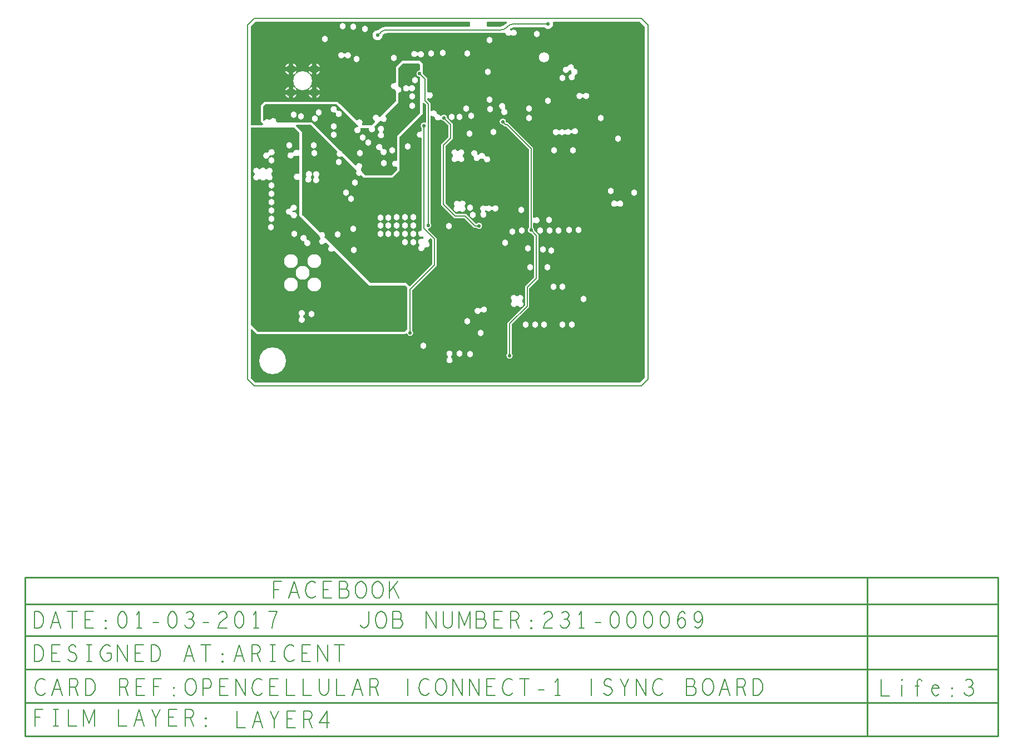
<source format=gbr>
G04 ================== begin FILE IDENTIFICATION RECORD ==================*
G04 Layout Name:  Fb_Connect1_SYNC_Life-3.brd*
G04 Film Name:    L4-SIG2.gbr*
G04 File Format:  Gerber RS274X*
G04 File Origin:  Cadence Allegro 16.6-2015-S065*
G04 Origin Date:  Tue Jan 03 17:02:02 2017*
G04 *
G04 Layer:  VIA CLASS/SIG2*
G04 Layer:  PIN/SIG2*
G04 Layer:  ETCH/SIG2*
G04 Layer:  DRAWING FORMAT/L4*
G04 Layer:  DRAWING FORMAT/FILM_LABEL_OUTLINE*
G04 Layer:  BOARD GEOMETRY/OUTLINE*
G04 *
G04 Offset:    (0.000 0.000)*
G04 Mirror:    No*
G04 Mode:      Positive*
G04 Rotation:  0*
G04 FullContactRelief:  No*
G04 UndefLineWidth:     6.000*
G04 ================== end FILE IDENTIFICATION RECORD ====================*
%FSLAX25Y25*MOIN*%
%IR0*IPPOS*OFA0.00000B0.00000*MIA0B0*SFA1.00000B1.00000*%
%ADD12C,.208661*%
%ADD13C,.314961*%
%ADD10C,.022*%
%ADD11C,.053*%
%ADD14C,.0056*%
%ADD15C,.01*%
%ADD16C,.025*%
%ADD17C,.006*%
%ADD21C,.113004*%
%ADD22C,.160004*%
%ADD19C,.062004*%
%ADD20C,.073004*%
%ADD23C,.083004*%
%ADD18C,.038004*%
G75*
%LPD*%
G75*
G36*
G01X107780Y171130D02*
Y171991D01*
G02X108375Y172340I400J0D01*
G03Y175660I925J1660D01*
G02X107780Y176009I-195J349D01*
G01Y184230D01*
X105200Y186811D01*
X105200Y186894D01*
G03X105110Y187479I-1900J6D01*
G01X105100Y187509D01*
Y193121D01*
X103521Y194700D01*
X92739D01*
X89060Y191021D01*
Y181634D01*
G02X88510Y181262I-400J0D01*
G03X88131Y177629I-710J-1762D01*
G02X88601Y177246I70J-394D01*
G03X89060Y176060I1899J54D01*
G01Y170381D01*
X79601Y160923D01*
G02X78940Y161075I-283J283D01*
G03X76525Y158660I-1797J-619D01*
G02X76677Y157999I-130J-378D01*
G01X74679Y156000D01*
X69025D01*
G02X68708Y156644I0J400D01*
G03X65771Y159053I-1508J1156D01*
G02X65188Y159034I-301J264D01*
G01X54021Y170200D01*
X10179D01*
X8000Y168021D01*
Y158279D01*
X9495Y156783D01*
G02X9212Y156100I-283J-283D01*
G01X2000D01*
Y215171D01*
X4829Y218000D01*
X133048D01*
G02X133416Y217443I0J-400D01*
G03X133512Y215763I1749J-743D01*
G02X133164Y215166I-348J-197D01*
G01X83699D01*
G03X78356Y212987I0J-7640D01*
G03X81156Y210185I-287J-3087D01*
G02X83699Y211206I2543J-2659D01*
G01X151968D01*
G03X154094Y211532I0J7094D01*
G02X154611Y211194I120J-382D01*
G03X157780Y209996I1889J206D01*
G02X158320I269J-296D01*
G03Y212804I1281J1404D01*
G02X157780I-269J296D01*
G03X157454Y213043I-1280J-1404D01*
G02X157372Y213672I201J346D01*
G01X157578Y213877D01*
G02X159612Y214720I2035J-2035D01*
G01X177815D01*
G03X183196Y217497I2385J1980D01*
G02X183583Y218000I387J103D01*
G01X235171D01*
X238000Y215171D01*
Y4829D01*
X235171Y2000D01*
X4829D01*
X2000Y4829D01*
Y33612D01*
G02X2683Y33895I400J0D01*
G01X5579Y31000D01*
X94621D01*
X95078Y31456D01*
G02X95750Y31265I283J-283D01*
G03X98880Y33104I1850J435D01*
G01Y57270D01*
X113480Y71870D01*
Y88430D01*
X108306Y93605D01*
G02X108559Y94286I283J283D01*
G03X109699Y97586I-141J1895D01*
G01Y161449D01*
G02X110377Y161736I400J0D01*
G03X111867Y161207I1323J1364D01*
G02X112302Y160790I35J-398D01*
G03X115622Y159439I1898J-90D01*
G02X116248Y159404I299J-265D01*
G03X117806Y158600I1552J1096D01*
G01X117889Y158600D01*
X120620Y155870D01*
Y149030D01*
X116120Y144530D01*
Y108270D01*
X123870Y100520D01*
X129939D01*
X135920Y94538D01*
X137426D01*
G03X137483Y97158I1404J1280D01*
G01X137424Y97099D01*
X136981D01*
X131000Y103080D01*
X124930D01*
X118680Y109330D01*
Y143470D01*
X123180Y147970D01*
Y156930D01*
X119700Y160411D01*
X119700Y160494D01*
G03X116378Y161761I-1900J6D01*
G02X115752Y161796I-299J265D01*
G03X114033Y162593I-1552J-1096D01*
G02X113598Y163010I-35J398D01*
G03X110377Y164464I-1898J90D01*
G02X109699Y164751I-278J287D01*
G01Y169212D01*
X107780Y171130D01*
G37*
G36*
G01X31250Y127246D02*
G02X30667Y126891I-400J0D01*
G03Y123509I-867J-1691D01*
G02X31250Y123154I183J-356D01*
G01Y101900D01*
X42867Y90283D01*
X42871Y90206D01*
G03X43766Y88686I1898J94D01*
G02X43771Y88010I-211J-340D01*
G03X46585Y85761I1029J-1598D01*
G02X47244Y85906I376J-137D01*
G01X49036Y84114D01*
G02X49017Y83530I-283J-283D01*
G03X51698Y80848I1251J-1430D01*
G02X52282Y80868I301J-263D01*
G01X73050Y60100D01*
X94700D01*
X95700Y59100D01*
Y34200D01*
X94000Y32500D01*
X6200D01*
X2100Y36600D01*
Y154600D01*
X28000D01*
X31250Y151350D01*
Y141362D01*
G02X30615Y141038I-400J0D01*
G03X27634Y139860I-1115J-1539D01*
G02X27026Y139600I-393J76D01*
G03X27866Y137640I-1026J-1600D01*
G02X28474Y137900I393J-76D01*
G03X30615Y137962I1026J1600D01*
G02X31250Y137638I235J-324D01*
G01Y127246D01*
G37*
G36*
G01X70530Y126070D02*
X69002Y127598D01*
X68999Y127676D01*
G03X68039Y129252I-1899J-76D01*
G02Y129948I198J348D01*
G03X65282Y132151I-939J1652D01*
G02X64616Y131984I-383J116D01*
G01X57261Y139339D01*
X57248Y139394D01*
G03X55844Y140798I-1848J-444D01*
G01X55789Y140811D01*
X38800Y157800D01*
X17781D01*
G02X17384Y158252I0J400D01*
G03X13823Y159394I-1884J248D01*
G02X13192Y159295I-353J188D01*
G03X10225Y158886I-1323J-1364D01*
G02X9596Y158804I-346J201D01*
G01X9500Y158900D01*
Y167400D01*
X10800Y168700D01*
X53400D01*
X66421Y155679D01*
G02X66114Y154997I-283J-283D01*
G03X67711Y153926I-114J-1897D01*
G02X68071Y154500I360J174D01*
G01X72435D01*
G02X72829Y154030I0J-400D01*
G03X76081Y155006I1871J-330D01*
G02X76084Y155284I145J137D01*
G01X79546Y158746D01*
G02X80154Y158695I283J-283D01*
G03X82805Y161346I1546J1105D01*
G02X82754Y161954I233J325D01*
G01X90560Y169760D01*
Y175393D01*
X90735Y175414D01*
G03Y179186I-235J1886D01*
G01X90560Y179207D01*
Y190400D01*
X93360Y193200D01*
X102900D01*
X103600Y192500D01*
Y189198D01*
G02X103217Y188798I-400J0D01*
G03X103306Y185000I83J-1898D01*
G01X103389Y185000D01*
X103600Y184790D01*
Y163480D01*
X89800Y149680D01*
Y135117D01*
G02X89244Y134749I-400J0D01*
G03Y131251I-743J-1749D01*
G02X89800Y130883I157J-368D01*
G01Y129500D01*
X86370Y126070D01*
X70530D01*
G37*
G36*
G01X97200Y59694D02*
Y59721D01*
X95321Y61600D01*
X73671D01*
X46215Y89056D01*
X46314Y89194D01*
G03X43530Y91741I-1545J1106D01*
G01X32750Y102521D01*
Y151971D01*
X29105Y155617D01*
G02X29388Y156300I283J283D01*
G01X38179D01*
X54115Y140363D01*
X53988Y140222D01*
G03X56672Y137538I1412J-1272D01*
G01X56813Y137665D01*
X65645Y128834D01*
X65548Y128696D01*
G03X68196Y126048I1552J-1096D01*
G01X68334Y126145D01*
X69909Y124570D01*
X86991D01*
X91300Y128879D01*
Y149059D01*
X105100Y162859D01*
Y169224D01*
G02X105783Y169506I400J0D01*
G01X107138Y168151D01*
Y157920D01*
G02X106575Y157555I-400J0D01*
G03X104520Y154416I-775J-1735D01*
G01Y152641D01*
G02X103991Y152262I-400J0D01*
G03Y148662I-609J-1800D01*
G02X104520Y148284I128J-379D01*
G01Y93770D01*
G02X104224Y93089I-285J-280D01*
G03X105059Y89507I-48J-1900D01*
G02X105637Y89074I186J-354D01*
G03X105641Y88307I1863J-374D01*
G02X105063Y87871I-391J-83D01*
G03X103094Y84628I-886J-1681D01*
G02X103116Y83986I-228J-329D01*
G03X106200Y82536I1184J-1486D01*
G02X106739Y82918I400J8D01*
G03X108379Y86329I661J1781D01*
G02X108396Y87024I206J343D01*
G03X109316Y88142I-896J1676D01*
G02X109982Y88308I382J-117D01*
G01X110920Y87370D01*
Y72930D01*
X97542Y59552D01*
G02X97200Y59694I-141J141D01*
G37*
G36*
G01X143399Y215763D02*
G03X143495Y217443I-1653J937D01*
G02X143863Y218000I368J156D01*
G01X155226D01*
G02X155468Y217281I0J-400D01*
G03X154777Y216678I4144J-5439D01*
G01X154184Y216084D01*
G02X151968Y215166I-2216J2216D01*
G01X143747D01*
G02X143399Y215763I0J400D01*
G37*
%LPC*%
G75*
G36*
G01X122163Y17014D02*
G02X120190I-987J-1624D01*
G03Y17697I-208J342D01*
G02X122163I987J1624D01*
G03Y17014I208J-342D01*
G37*
G36*
G01X158438Y19494D02*
G02X155878I-1280J-1404D01*
G01Y37789D01*
X166420Y48330D01*
Y59430D01*
X171920Y64930D01*
Y89600D01*
X170120Y91400D01*
X170037Y91400D01*
G02X168751Y94704I-6J1900D01*
G01Y141639D01*
X155153Y155237D01*
X154253D01*
X153189Y156300D01*
X153106Y156300D01*
G02X155000Y158194I-6J1900D01*
G01X155000Y158111D01*
X155313Y157797D01*
X156213D01*
X171311Y142700D01*
Y100787D01*
G03X171987Y100498I400J0D01*
G02Y97750I1313J-1374D01*
G03X171311Y97461I-276J-289D01*
G01Y94704D01*
G02X171931Y93294I-1280J-1404D01*
G01X171931Y93211D01*
X174480Y90661D01*
Y63870D01*
X168980Y58370D01*
Y47270D01*
X158438Y36728D01*
Y19494D01*
G37*
G36*
G01X161379Y47992D02*
G02X158612Y50507I-1611J1008D01*
G03X158600Y51151I-244J317D01*
G02X161311Y53708I1100J1549D01*
G03X161989I339J212D01*
G02X164757Y51193I1611J-1008D01*
G03X164769Y50549I244J-317D01*
G02X162058Y47992I-1100J-1549D01*
G03X161379I-339J-212D01*
G37*
G36*
G01X142596Y104152D02*
G02X140239Y104021I-1096J-1552D01*
G03X140204Y104648I-265J299D01*
G02X142653Y107534I1096J1552D01*
G03X143239Y107552I285J281D01*
G02X146321Y107239I1430J-1252D01*
G03X147016I348J198D01*
G02Y105361I1652J-939D01*
G03X146321I-348J-198D01*
G02X143316Y104966I-1652J939D01*
G03X142730Y104948I-285J-281D01*
G02X142561Y104779I-1430J1251D01*
G03X142596Y104152I265J-299D01*
G37*
G36*
G01X125852Y134861D02*
G02X123261Y137452I-1652J939D01*
G03Y138148I-198J348D01*
G02X125852Y140739I939J1652D01*
G03X126548I348J198D01*
G02X129139Y138148I1652J-939D01*
G03Y137452I198J-348D01*
G02X126548Y134861I-939J-1652D01*
G03X125852I-348J-198D01*
G37*
G36*
G01X186428Y150771D02*
G02Y153029I-1528J1129D01*
G03X187072I322J238D01*
G02X190022Y153161I1528J-1129D01*
G03X190648Y153196I299J265D01*
G02X193831Y153074I1552J-1096D01*
G03X194544Y153127I343J205D01*
G02X194669Y151426I1756J-727D01*
G03X193956Y151373I-343J-205D01*
G02X190778Y150839I-1756J727D01*
G03X190152Y150804I-299J-265D01*
G02X187072Y150771I-1552J1096D01*
G03X186428I-322J-238D01*
G37*
G36*
G01X200752Y172661D02*
G02Y174539I-1652J939D01*
G03X201448I348J198D01*
G02Y172661I1652J-939D01*
G03X200752I-348J-198D01*
G37*
G36*
G01X58671Y198879D02*
G02X58624Y197004I1629J-979D01*
G03X57929Y197021I-353J-189D01*
G02X57976Y198896I-1629J979D01*
G03X58671Y198879I353J189D01*
G37*
G36*
G01X102457Y199565D02*
G02X102357Y197600I1574J-1065D01*
G03X101674Y197635I-352J-189D01*
G02X101774Y199600I-1574J1065D01*
G03X102457Y199565I352J189D01*
G37*
G36*
G01X140453Y44322D02*
G03X139806Y44191I-279J-287D01*
G02X139380Y46290I-1751J738D01*
G03X140028Y46422I279J287D01*
G02X140453Y44322I1751J-738D01*
G37*
G36*
G01X127496Y104720D02*
G03X126904I-296J-269D01*
G02X124102Y107287I-1404J1280D01*
G03X124120Y107809I-294J271D01*
G02X126923Y110364I1480J1191D01*
G03X127497Y110381I278J287D01*
G02X130304Y107820I1403J-1281D01*
G03Y107280I296J-269D01*
G02X127496Y104720I-1404J-1280D01*
G37*
G36*
G01X221966Y107867D02*
G03X221358I-304J-260D01*
G02Y110333I-1446J1233D01*
G03X221966I304J260D01*
G02Y107867I1446J-1233D01*
G37*
G36*
G01X135715Y136977D02*
G03X135450Y137481I-381J121D01*
G02X137810Y138723I551J1819D01*
G03X138076Y138219I381J-121D01*
G02X138286Y138141I-550J-1819D01*
G03X138821Y138367I160J367D01*
G02X142496Y137828I1779J-667D01*
G03X143035Y137480I399J27D01*
G02X141804Y135572I665J-1780D01*
G03X141265Y135920I-399J-27D01*
G02X139839Y135959I-665J1780D01*
G03X139304Y135733I-160J-367D01*
G02X135715Y136977I-1779J667D01*
G37*
G36*
G01X154328Y166422D02*
G03X154547Y165820I335J-219D01*
G02X152410Y165040I-547J-1820D01*
G03X152190Y165642I-335J219D01*
G02X154328Y166422I547J1820D01*
G37*
G36*
G01X196494Y186141D02*
G03X196211Y185590I83J-391D01*
G02X194074Y186690I-1742J-759D01*
G03X194358Y187241I-83J391D01*
G02X194236Y188372I1742J759D01*
G03X193845Y188850I-392J78D01*
G02X193241Y188950I5J1900D01*
G03X192728Y188681I-128J-379D01*
G02X191509Y191000I-1828J519D01*
G03X192022Y191269I128J379D01*
G02X195714Y190378I1828J-519D01*
G03X196105Y189900I392J-78D01*
G02X196494Y186141I-5J-1900D01*
G37*
G36*
G01X33539Y41252D02*
G02X31661I-939J-1652D01*
G03Y41948I-198J348D01*
G02X33539I939J1652D01*
G03Y41252I198J-348D01*
G37*
G36*
G01X7052Y123861D02*
G02X4461Y126452I-1652J939D01*
G03Y127148I-198J348D01*
G02X7052Y129739I939J1652D01*
G03X7748I348J198D01*
G02X11052I1652J-939D01*
G03X11748I348J198D01*
G02X14339Y127148I1652J-939D01*
G03Y126452I198J-348D01*
G02X11748Y123861I-939J-1652D01*
G03X11052I-348J-198D01*
G02X7748I-1652J939D01*
G03X7052I-348J-198D01*
G37*
G36*
G01X35587Y87948D02*
G03X35975Y87432I383J-116D01*
G02X34182Y86084I25J-1900D01*
G03X33794Y86600I-383J116D01*
G02X35587Y87948I-25J1900D01*
G37*
G36*
G01X26001Y102125D02*
G03X25480Y102490I-400J-16D01*
G02X25401Y106133I-580J1810D01*
G03X25906Y106550I106J386D01*
G02X27299Y104867I1894J150D01*
G03X26794Y104450I-106J-386D01*
G02X26799Y104375I-1894J-149D01*
G03X27320Y104010I400J16D01*
G02X26001Y102125I580J-1810D01*
G37*
G36*
G01X13818Y138141D02*
G03X13267Y137788I-151J-370D01*
G02X12088Y139627I-1898J81D01*
G03X12638Y139981I151J370D01*
G02X13818Y138141I1898J-81D01*
G37*
G36*
G01X97290Y176927D02*
G03X96681Y176909I-297J-268D01*
G02X96610Y179373I-1481J1191D01*
G03X97219Y179391I297J268D01*
G02X97290Y176927I1481J-1191D01*
G37*
G36*
G01X81219Y152310D02*
G03X81224Y151658I234J-324D01*
G02X79023Y151640I-1088J-1558D01*
G03X79017Y152292I-234J324D01*
G02X81219Y152310I1088J1558D01*
G37*
G36*
G01X54129Y164630D02*
G02X52996Y163381I696J-1768D01*
G03X52465Y163862I-385J109D01*
G02X53598Y165111I-696J1768D01*
G03X54129Y164630I385J-109D01*
G37*
G36*
G01X81324Y141863D02*
G02X79902Y140616I376J-1863D01*
G03X79445Y141137I-378J130D01*
G02X80866Y142384I-376J1863D01*
G03X81324Y141863I378J-130D01*
G37*
G36*
G01X35370Y125049D02*
G03X35422Y125605I-259J305D01*
G02X38130Y125351I1478J1195D01*
G03X38078Y124795I259J-305D01*
G02X35370Y125049I-1478J-1195D01*
G37*
G36*
G01X42491Y125219D02*
G03X42473Y124610I251J-312D01*
G02X40009Y124681I-1273J-1410D01*
G03X40027Y125290I-251J312D01*
G02X42491Y125219I1273J1410D01*
G37*
G54D21*
X33068Y182858D03*
G54D22*
X15000Y15000D03*
G54D19*
X177831Y196631D03*
G54D20*
X40076Y189865D03*
Y175850D03*
X26061Y189865D03*
Y175850D03*
G54D23*
X40076Y74550D03*
X33068Y67542D03*
X40076Y60535D03*
X26061Y74550D03*
Y60535D03*
G54D18*
X231811Y115689D03*
X211980Y160247D03*
X222200Y147900D03*
X217772Y116800D03*
X195190Y140988D03*
X198331Y93300D03*
X201370Y51970D03*
X194468Y36700D03*
X180000Y170612D03*
X188968Y184400D03*
X183968Y140988D03*
X180978Y99222D03*
X192731Y93300D03*
X181031Y93000D03*
X186531D03*
X179689Y70911D03*
X182248Y81052D03*
X183500Y59500D03*
X188700Y59300D03*
X177968Y36700D03*
X188968D03*
X173531Y210750D03*
X168957Y166153D03*
Y160247D03*
X164031Y105506D03*
X164431Y93000D03*
X175531D03*
X169453Y70947D03*
X177130Y81600D03*
X168100Y82450D03*
X166968Y36700D03*
X172468D03*
X145200Y207068D03*
X144200Y188100D03*
X145000Y171300D03*
X147631Y151931D03*
X145481Y165600D03*
X154532Y85732D03*
X158931Y92500D03*
X131950Y198900D03*
X134000Y161800D03*
X131100Y166000D03*
X127200Y161200D03*
X133200Y150900D03*
X135200Y102300D03*
X133550Y106750D03*
X131777Y38790D03*
X133377Y18990D03*
X139911Y31624D03*
X127177Y19321D03*
X110300Y198900D03*
X117100Y199400D03*
X122600Y161200D03*
X120831Y95818D03*
X105434Y23965D03*
X87700Y196300D03*
X63550Y215000D03*
X70500Y213600D03*
X65600Y195600D03*
X57224Y215224D03*
X46500Y207800D03*
X25300Y143950D03*
X28047Y91100D03*
X38500Y42900D03*
X14537Y134900D03*
Y119900D03*
Y109900D03*
Y114900D03*
Y104900D03*
Y99900D03*
X14300Y95132D03*
X40500Y160000D03*
X32000Y161500D03*
X27724Y162500D03*
X51900Y150300D03*
X42717Y163783D03*
X51900Y155300D03*
X67650Y139350D03*
X69300Y148800D03*
X72605Y145850D03*
X81700Y133400D03*
X86700Y141100D03*
X100500Y183050D03*
X98700Y167700D03*
Y173350D03*
X40000Y139500D03*
X39887Y143900D03*
X54100Y90700D03*
X54950Y133950D03*
X63700Y81500D03*
X63400Y93950D03*
X59300Y115753D03*
X62005Y112125D03*
X64400Y121600D03*
X79977Y95890D03*
X84477Y91190D03*
X79977D03*
X89477D03*
Y96190D03*
X84477Y95890D03*
X79977Y100590D03*
X89477Y100890D03*
X84477Y100590D03*
X94377Y86190D03*
X99477Y91190D03*
X94477D03*
X99477Y96190D03*
X94477D03*
X99577Y86190D03*
X94477Y100890D03*
X99477D03*
X96235Y143235D03*
%LPD*%
G75*
G54D10*
X5200Y150100D03*
Y146100D03*
Y142100D03*
X13500Y148600D03*
X9200Y150100D03*
Y146100D03*
Y142100D03*
X20500Y161000D03*
X38527Y13808D03*
X40968Y110300D03*
Y115300D03*
X37968Y112800D03*
X37000Y138000D03*
X40500Y150900D03*
X36217Y155402D03*
X49527Y13803D03*
X51140Y104870D03*
X53700Y102500D03*
X51700Y131450D03*
X55737Y125316D03*
X52050Y126450D03*
X51050Y141450D03*
X51750Y136450D03*
X50250Y178660D03*
X56220Y178560D03*
X54824Y174476D03*
X57800Y187230D03*
X50501Y190500D03*
X73700Y94100D03*
X68300Y93800D03*
X65900Y112300D03*
X69800Y116200D03*
X70800Y160800D03*
X75700Y172800D03*
X70860Y178810D03*
X75705Y178905D03*
X65038Y190500D03*
X75370Y187320D03*
X89377Y42090D03*
X85377D03*
X81377D03*
X77377D03*
X89377Y38090D03*
X85377D03*
X81377D03*
X77377D03*
X88877Y66064D03*
X83677Y65990D03*
X78877Y66090D03*
X84200Y121200D03*
X80000Y117200D03*
X77300Y130400D03*
Y138400D03*
Y134400D03*
X89000Y156800D03*
X81739Y182858D03*
X86600Y175900D03*
X86950Y169550D03*
X90300Y201100D03*
X76320Y191050D03*
X86500Y193000D03*
X77000Y195600D03*
X86515Y189985D03*
X92000Y216600D03*
X86000Y209400D03*
X90200Y209700D03*
X78069Y209900D03*
X100677Y22321D03*
X104868Y27900D03*
X97600Y31700D03*
X103268Y37183D03*
X93377Y42090D03*
Y38090D03*
X94468Y66000D03*
X108177Y52743D03*
X104577Y69037D03*
X108418Y96182D03*
X100518Y143999D03*
X98600Y154850D03*
X105800Y155820D03*
X97000Y184200D03*
X107200Y199900D03*
X96210Y201180D03*
X97000Y187600D03*
X103300Y186900D03*
X102000Y216600D03*
X108300Y210200D03*
X103500Y210100D03*
X99487Y210187D03*
X115679Y10340D03*
X119877Y30258D03*
X123900Y41300D03*
X119500Y38200D03*
X123600Y38300D03*
X119500Y41200D03*
X112588Y48899D03*
X116076Y52857D03*
X126415Y53390D03*
X114831Y95792D03*
X119250Y151200D03*
X115250D03*
X111250D03*
X117800Y160500D03*
X121000Y169800D03*
X117500Y173300D03*
X124500D03*
X117500Y169800D03*
X124500D03*
X121000Y173300D03*
X113500Y199500D03*
X120631D03*
X122000Y216600D03*
X112000D03*
X112900Y210100D03*
X121000Y210200D03*
X124500D03*
X117500Y210400D03*
X129327Y50290D03*
X138027Y50643D03*
X126868Y95792D03*
X132468D03*
X138831Y95818D03*
X127831Y118700D03*
X128000Y122000D03*
X127100Y151400D03*
X135100Y200060D03*
X139600Y198700D03*
X131000Y216600D03*
X138500Y209600D03*
X147045Y27190D03*
X157158Y18090D03*
X147930Y33000D03*
X144668Y95792D03*
X152131D03*
X155600Y95700D03*
X148900Y119100D03*
X152931Y141288D03*
X145481Y159950D03*
X145600Y155600D03*
X150200Y155300D03*
X153100Y158200D03*
X147300Y198300D03*
X149062Y195738D03*
X145720Y216700D03*
X149505Y216600D03*
X153305Y216700D03*
X163600Y29900D03*
X160968Y36700D03*
X160668Y63400D03*
X170031Y93300D03*
X168957Y154247D03*
X167600Y172900D03*
X171768Y195738D03*
X162336D03*
X167397Y211100D03*
X183468Y36700D03*
X192484Y71016D03*
X189468Y140988D03*
X193668Y165800D03*
X186668D03*
X190268Y163200D03*
X193668Y160800D03*
X186668D03*
X182831Y173000D03*
X193713Y197813D03*
X182887D03*
X193713Y215587D03*
X184700Y216800D03*
X180200Y216700D03*
X208400Y52000D03*
X207825Y55675D03*
X204280Y93162D03*
X201800Y140900D03*
X200190Y185012D03*
X222000Y76000D03*
X223331Y68331D03*
X219000Y98300D03*
X215789Y106211D03*
X226742Y129958D03*
X211869Y138532D03*
X211980Y166153D03*
X212000Y153200D03*
X223080Y155890D03*
G54D11*
X26061Y175850D03*
Y189865D03*
X40076Y175850D03*
Y189865D03*
G54D12*
X79218Y19728D03*
X177643D03*
G54D13*
X218400Y21600D03*
Y198400D03*
G54D14*
G01X180200Y216700D02*
X159612D01*
G03X156177Y215277I0J-4858D01*
G01X155584Y214684D01*
G02X151968Y213186I-3616J3616D01*
G01X83699D01*
G03X79698Y211528I0J-5659D01*
G01X78069Y209900D01*
G01X97600Y31700D02*
Y57800D01*
X112200Y72400D01*
Y87900D01*
X105800Y94300D01*
Y155820D01*
G01X108418Y96182D02*
Y168682D01*
X106500Y170600D01*
Y183700D01*
X103300Y186900D01*
G01X138831Y95818D02*
X136451D01*
X130469Y101800D01*
X124400D01*
X117400Y108800D01*
Y144000D01*
X121900Y148500D01*
Y156400D01*
X117800Y160500D01*
G01X157158Y18090D02*
Y37258D01*
X167700Y47800D01*
Y58900D01*
X173200Y64400D01*
Y90131D01*
X170031Y93300D01*
G01D02*
Y142169D01*
X155683Y156517D01*
X154783D01*
X153100Y158200D01*
G54D15*
G01X-133069Y-114500D02*
X371600D01*
Y-209700D01*
X-133069D01*
G01Y-114500D02*
Y-209700D01*
G01Y-189700D02*
X449900D01*
G01X-133069Y-169700D02*
X449900D01*
G01X-133069Y-149700D02*
X449900D01*
G01X-133069Y-130500D02*
X449900D01*
G01X371600Y-114500D02*
X449900D01*
Y-209700D01*
X371600D01*
G54D16*
G01X22210Y175850D02*
X26061D01*
G01X22210Y189865D02*
X26061D01*
G01X40076Y171999D02*
Y175850D01*
G01D02*
Y179700D01*
G01X36226Y175850D02*
X40076D01*
G01D02*
X43927D01*
G01X26061Y171999D02*
Y175850D01*
G01D02*
Y179700D01*
G01Y175850D02*
X29911D01*
G01X40076Y186015D02*
Y189865D01*
G01D02*
Y193716D01*
G01X36226Y189865D02*
X40076D01*
G01D02*
X43927D01*
G01X26061Y186015D02*
Y189865D01*
G01D02*
Y193716D01*
G01Y189865D02*
X29911D01*
G54D17*
G01X-127194Y-203500D02*
Y-193500D01*
X-122444D01*
G01X-124194Y-198333D02*
X-127194D01*
G01X-116319Y-193500D02*
X-113320D01*
G01X-114819D02*
Y-203500D01*
G01X-116319D02*
X-113320D01*
G01X-107319Y-193500D02*
Y-203500D01*
X-102319D01*
G01X-98069D02*
Y-193500D01*
X-94819Y-201833D01*
X-91569Y-193500D01*
Y-203500D01*
G01X-77319Y-193500D02*
Y-203500D01*
X-72319D01*
G01X-67944D02*
X-64819Y-193500D01*
X-61694Y-203500D01*
G01X-62819Y-200000D02*
X-66819D01*
G01X-54819Y-203500D02*
Y-199000D01*
X-57319Y-193500D01*
G01X-52319D02*
X-54819Y-199000D01*
G01X-42319Y-203500D02*
X-47319D01*
Y-193500D01*
X-42319D01*
G01X-44319Y-198333D02*
X-47319D01*
G01X-37319Y-203500D02*
Y-193500D01*
X-34194D01*
X-33194Y-194000D01*
X-32569Y-194667D01*
X-32319Y-196000D01*
X-32569Y-197333D01*
X-33319Y-198167D01*
X-34194Y-198667D01*
X-37319D01*
G01X-34194D02*
X-32319Y-203500D01*
G01X-24819Y-203833D02*
X-25069Y-203667D01*
Y-203333D01*
X-24819Y-203167D01*
X-24569Y-203333D01*
Y-203667D01*
X-24819Y-203833D01*
G01Y-199334D02*
X-25069Y-199167D01*
Y-198833D01*
X-24819Y-198667D01*
X-24569Y-198833D01*
Y-199167D01*
X-24819Y-199334D01*
G01X-127569Y-165000D02*
Y-155000D01*
X-125069D01*
X-124069Y-155500D01*
X-123319Y-156167D01*
X-122694Y-157166D01*
X-122194Y-158334D01*
X-122069Y-160000D01*
X-122194Y-161667D01*
X-122694Y-162834D01*
X-123319Y-163834D01*
X-124069Y-164500D01*
X-125069Y-165000D01*
X-127569D01*
G01X-112319D02*
X-117319D01*
Y-155000D01*
X-112319D01*
G01X-114319Y-159833D02*
X-117319D01*
G01X-107444Y-163667D02*
X-106444Y-164500D01*
X-105319Y-165000D01*
X-104319D01*
X-103319Y-164500D01*
X-102569Y-163667D01*
X-102194Y-162500D01*
X-102444Y-161334D01*
X-103069Y-160333D01*
X-104194Y-159667D01*
X-105694Y-159333D01*
X-106569Y-158667D01*
X-106944Y-157500D01*
X-106694Y-156333D01*
X-106069Y-155500D01*
X-105194Y-155000D01*
X-104319D01*
X-103444Y-155333D01*
X-102694Y-156167D01*
G01X-96319Y-155000D02*
X-93320D01*
G01X-94819D02*
Y-165000D01*
G01X-96319D02*
X-93320D01*
G01X-84069Y-160000D02*
X-81569D01*
Y-163000D01*
X-82319Y-164000D01*
X-83194Y-164667D01*
X-84444Y-165000D01*
X-85694Y-164667D01*
X-86569Y-164000D01*
X-87319Y-163000D01*
X-87820Y-161833D01*
X-88069Y-160500D01*
Y-159333D01*
X-87820Y-158334D01*
X-87319Y-157166D01*
X-86569Y-156167D01*
X-85819Y-155500D01*
X-84819Y-155000D01*
X-83944D01*
X-82944Y-155333D01*
X-82194Y-156000D01*
G01X-77694Y-165000D02*
Y-155000D01*
X-71944Y-165000D01*
Y-155000D01*
G01X-62319Y-165000D02*
X-67319D01*
Y-155000D01*
X-62319D01*
G01X-64319Y-159833D02*
X-67319D01*
G01X-57569Y-165000D02*
Y-155000D01*
X-55069D01*
X-54069Y-155500D01*
X-53319Y-156167D01*
X-52694Y-157166D01*
X-52194Y-158334D01*
X-52069Y-160000D01*
X-52194Y-161667D01*
X-52694Y-162834D01*
X-53319Y-163834D01*
X-54069Y-164500D01*
X-55069Y-165000D01*
X-57569D01*
G01X-37944D02*
X-34819Y-155000D01*
X-31694Y-165000D01*
G01X-32819Y-161500D02*
X-36819D01*
G01X-24819Y-155000D02*
Y-165000D01*
G01X-27694Y-155000D02*
X-21944D01*
G01X-14819Y-165333D02*
X-15069Y-165167D01*
Y-164833D01*
X-14819Y-164667D01*
X-14569Y-164833D01*
Y-165167D01*
X-14819Y-165333D01*
G01Y-160834D02*
X-15069Y-160667D01*
Y-160333D01*
X-14819Y-160167D01*
X-14569Y-160333D01*
Y-160667D01*
X-14819Y-160834D01*
G01X-7944Y-165000D02*
X-4819Y-155000D01*
X-1694Y-165000D01*
G01X-2819Y-161500D02*
X-6819D01*
G01X2681Y-165000D02*
Y-155000D01*
X5806D01*
X6806Y-155500D01*
X7431Y-156167D01*
X7681Y-157500D01*
X7431Y-158833D01*
X6681Y-159667D01*
X5806Y-160167D01*
X2681D01*
G01X5806D02*
X7681Y-165000D01*
G01X13681Y-155000D02*
X16680D01*
G01X15181D02*
Y-165000D01*
G01X13681D02*
X16680D01*
G01X27931Y-155834D02*
X27181Y-155333D01*
X26306Y-155000D01*
X25306D01*
X24181Y-155500D01*
X23306Y-156333D01*
X22681Y-157333D01*
X22180Y-159000D01*
X22056Y-160500D01*
X22306Y-162000D01*
X22681Y-163000D01*
X23431Y-164000D01*
X24306Y-164667D01*
X25181Y-165000D01*
X26056D01*
X26931Y-164667D01*
X27681Y-164167D01*
X28306Y-163500D01*
G01X37681Y-165000D02*
X32681D01*
Y-155000D01*
X37681D01*
G01X35681Y-159833D02*
X32681D01*
G01X42306Y-165000D02*
Y-155000D01*
X48056Y-165000D01*
Y-155000D01*
G01X55181D02*
Y-165000D01*
G01X52306Y-155000D02*
X58056D01*
G01X-127569Y-145000D02*
Y-135000D01*
X-125069D01*
X-124069Y-135500D01*
X-123319Y-136167D01*
X-122694Y-137166D01*
X-122194Y-138334D01*
X-122069Y-140000D01*
X-122194Y-141667D01*
X-122694Y-142834D01*
X-123319Y-143834D01*
X-124069Y-144500D01*
X-125069Y-145000D01*
X-127569D01*
G01X-117944D02*
X-114819Y-135000D01*
X-111694Y-145000D01*
G01X-112819Y-141500D02*
X-116819D01*
G01X-104819Y-135000D02*
Y-145000D01*
G01X-107694Y-135000D02*
X-101944D01*
G01X-92319Y-145000D02*
X-97319D01*
Y-135000D01*
X-92319D01*
G01X-94319Y-139833D02*
X-97319D01*
G01X-84819Y-145333D02*
X-85069Y-145167D01*
Y-144833D01*
X-84819Y-144667D01*
X-84569Y-144833D01*
Y-145167D01*
X-84819Y-145333D01*
G01Y-140834D02*
X-85069Y-140667D01*
Y-140333D01*
X-84819Y-140167D01*
X-84569Y-140333D01*
Y-140667D01*
X-84819Y-140834D01*
G01X-74819Y-135000D02*
X-75819Y-135333D01*
X-76569Y-136167D01*
X-77069Y-137166D01*
X-77444Y-138500D01*
X-77569Y-140000D01*
X-77444Y-141500D01*
X-77069Y-142834D01*
X-76569Y-143834D01*
X-75819Y-144667D01*
X-74819Y-145000D01*
X-73819Y-144667D01*
X-73069Y-143834D01*
X-72569Y-142834D01*
X-72194Y-141500D01*
X-72069Y-140000D01*
X-72194Y-138500D01*
X-72569Y-137166D01*
X-73069Y-136167D01*
X-73819Y-135333D01*
X-74819Y-135000D01*
G01X-64819Y-145000D02*
Y-135000D01*
X-66319Y-137000D01*
G01Y-145000D02*
X-63320D01*
G01X-56444Y-141667D02*
X-53194D01*
G01X-44819Y-135000D02*
X-45819Y-135333D01*
X-46569Y-136167D01*
X-47069Y-137166D01*
X-47444Y-138500D01*
X-47569Y-140000D01*
X-47444Y-141500D01*
X-47069Y-142834D01*
X-46569Y-143834D01*
X-45819Y-144667D01*
X-44819Y-145000D01*
X-43819Y-144667D01*
X-43069Y-143834D01*
X-42569Y-142834D01*
X-42194Y-141500D01*
X-42069Y-140000D01*
X-42194Y-138500D01*
X-42569Y-137166D01*
X-43069Y-136167D01*
X-43819Y-135333D01*
X-44819Y-135000D01*
G01X-37569Y-143000D02*
X-36819Y-144167D01*
X-35819Y-144833D01*
X-34694Y-145000D01*
X-33694Y-144833D01*
X-32694Y-144000D01*
X-32069Y-143000D01*
X-31944Y-142000D01*
X-32194Y-140834D01*
X-33069Y-140000D01*
X-33944Y-139667D01*
X-35069D01*
G01X-33944D02*
X-33194Y-139167D01*
X-32569Y-138334D01*
X-32319Y-137333D01*
X-32569Y-136333D01*
X-33194Y-135500D01*
X-34319Y-135000D01*
X-35444Y-135167D01*
X-36569Y-135834D01*
G01X-26444Y-141667D02*
X-23194D01*
G01X-17194Y-136667D02*
X-16444Y-135667D01*
X-15569Y-135167D01*
X-14569Y-135000D01*
X-13319Y-135333D01*
X-12444Y-136167D01*
X-12194Y-137166D01*
X-12319Y-138167D01*
X-12819Y-139000D01*
X-15319Y-140667D01*
X-16444Y-141833D01*
X-17194Y-143500D01*
X-17444Y-145000D01*
X-12194D01*
G01X-4819Y-135000D02*
X-5819Y-135333D01*
X-6569Y-136167D01*
X-7069Y-137166D01*
X-7444Y-138500D01*
X-7569Y-140000D01*
X-7444Y-141500D01*
X-7069Y-142834D01*
X-6569Y-143834D01*
X-5819Y-144667D01*
X-4819Y-145000D01*
X-3819Y-144667D01*
X-3069Y-143834D01*
X-2569Y-142834D01*
X-2194Y-141500D01*
X-2069Y-140000D01*
X-2194Y-138500D01*
X-2569Y-137166D01*
X-3069Y-136167D01*
X-3819Y-135333D01*
X-4819Y-135000D01*
G01X5181Y-145000D02*
Y-135000D01*
X3681Y-137000D01*
G01Y-145000D02*
X6680D01*
G01X14931D02*
X15181Y-142834D01*
X15556Y-141000D01*
X16056Y-139333D01*
X16681Y-137500D01*
X17681Y-135000D01*
X12681D01*
G01X-121200Y-176034D02*
X-121950Y-175533D01*
X-122825Y-175200D01*
X-123825D01*
X-124950Y-175700D01*
X-125825Y-176533D01*
X-126450Y-177533D01*
X-126950Y-179200D01*
X-127075Y-180700D01*
X-126825Y-182200D01*
X-126450Y-183200D01*
X-125700Y-184200D01*
X-124825Y-184867D01*
X-123950Y-185200D01*
X-123075D01*
X-122200Y-184867D01*
X-121450Y-184367D01*
X-120825Y-183700D01*
G01X-117075Y-185200D02*
X-113950Y-175200D01*
X-110825Y-185200D01*
G01X-111950Y-181700D02*
X-115950D01*
G01X-106450Y-185200D02*
Y-175200D01*
X-103325D01*
X-102325Y-175700D01*
X-101700Y-176367D01*
X-101450Y-177700D01*
X-101700Y-179033D01*
X-102450Y-179867D01*
X-103325Y-180367D01*
X-106450D01*
G01X-103325D02*
X-101450Y-185200D01*
G01X-96700D02*
Y-175200D01*
X-94200D01*
X-93200Y-175700D01*
X-92450Y-176367D01*
X-91825Y-177366D01*
X-91325Y-178534D01*
X-91200Y-180200D01*
X-91325Y-181867D01*
X-91825Y-183034D01*
X-92450Y-184034D01*
X-93200Y-184700D01*
X-94200Y-185200D01*
X-96700D01*
G01X-76450D02*
Y-175200D01*
X-73325D01*
X-72325Y-175700D01*
X-71700Y-176367D01*
X-71450Y-177700D01*
X-71700Y-179033D01*
X-72450Y-179867D01*
X-73325Y-180367D01*
X-76450D01*
G01X-73325D02*
X-71450Y-185200D01*
G01X-61450D02*
X-66450D01*
Y-175200D01*
X-61450D01*
G01X-63450Y-180033D02*
X-66450D01*
G01X-56325Y-185200D02*
Y-175200D01*
X-51575D01*
G01X-53325Y-180033D02*
X-56325D01*
G01X-43950Y-185533D02*
X-44200Y-185367D01*
Y-185033D01*
X-43950Y-184867D01*
X-43700Y-185033D01*
Y-185367D01*
X-43950Y-185533D01*
G01Y-181034D02*
X-44200Y-180867D01*
Y-180533D01*
X-43950Y-180367D01*
X-43700Y-180533D01*
Y-180867D01*
X-43950Y-181034D01*
G01X-33950Y-185200D02*
X-34950Y-185033D01*
X-35825Y-184367D01*
X-36575Y-183367D01*
X-37075Y-182200D01*
X-37325Y-180867D01*
Y-179533D01*
X-37075Y-178200D01*
X-36575Y-177033D01*
X-35825Y-176034D01*
X-34950Y-175367D01*
X-33950Y-175200D01*
X-32950Y-175367D01*
X-32075Y-176034D01*
X-31325Y-177033D01*
X-30825Y-178200D01*
X-30575Y-179533D01*
Y-180867D01*
X-30825Y-182200D01*
X-31325Y-183367D01*
X-32075Y-184367D01*
X-32950Y-185033D01*
X-33950Y-185200D01*
G01X-26450D02*
Y-175200D01*
X-23450D01*
X-22450Y-175700D01*
X-21700Y-176867D01*
X-21450Y-178200D01*
X-21700Y-179533D01*
X-22325Y-180533D01*
X-23450Y-181034D01*
X-26450D01*
G01X-11450Y-185200D02*
X-16450D01*
Y-175200D01*
X-11450D01*
G01X-13450Y-180033D02*
X-16450D01*
G01X-6825Y-185200D02*
Y-175200D01*
X-1075Y-185200D01*
Y-175200D01*
G01X8800Y-176034D02*
X8050Y-175533D01*
X7175Y-175200D01*
X6175D01*
X5050Y-175700D01*
X4175Y-176533D01*
X3550Y-177533D01*
X3050Y-179200D01*
X2925Y-180700D01*
X3175Y-182200D01*
X3550Y-183200D01*
X4300Y-184200D01*
X5175Y-184867D01*
X6050Y-185200D01*
X6925D01*
X7800Y-184867D01*
X8550Y-184367D01*
X9175Y-183700D01*
G01X18550Y-185200D02*
X13550D01*
Y-175200D01*
X18550D01*
G01X16550Y-180033D02*
X13550D01*
G01X23550Y-175200D02*
Y-185200D01*
X28550D01*
G01X33550Y-175200D02*
Y-185200D01*
X38550D01*
G01X43300Y-175200D02*
Y-182367D01*
X43800Y-183867D01*
X44800Y-184867D01*
X46050Y-185200D01*
X47300Y-184867D01*
X48300Y-183867D01*
X48800Y-182367D01*
Y-175200D01*
G01X53550D02*
Y-185200D01*
X58550D01*
G01X62925D02*
X66050Y-175200D01*
X69175Y-185200D01*
G01X68050Y-181700D02*
X64050D01*
G01X73550Y-185200D02*
Y-175200D01*
X76675D01*
X77675Y-175700D01*
X78300Y-176367D01*
X78550Y-177700D01*
X78300Y-179033D01*
X77550Y-179867D01*
X76675Y-180367D01*
X73550D01*
G01X76675D02*
X78550Y-185200D01*
G01X96050D02*
Y-175200D01*
G01X108800Y-176034D02*
X108050Y-175533D01*
X107175Y-175200D01*
X106175D01*
X105050Y-175700D01*
X104175Y-176533D01*
X103550Y-177533D01*
X103050Y-179200D01*
X102925Y-180700D01*
X103175Y-182200D01*
X103550Y-183200D01*
X104300Y-184200D01*
X105175Y-184867D01*
X106050Y-185200D01*
X106925D01*
X107800Y-184867D01*
X108550Y-184367D01*
X109175Y-183700D01*
G01X116050Y-185200D02*
X115050Y-185033D01*
X114175Y-184367D01*
X113425Y-183367D01*
X112925Y-182200D01*
X112675Y-180867D01*
Y-179533D01*
X112925Y-178200D01*
X113425Y-177033D01*
X114175Y-176034D01*
X115050Y-175367D01*
X116050Y-175200D01*
X117050Y-175367D01*
X117925Y-176034D01*
X118675Y-177033D01*
X119175Y-178200D01*
X119425Y-179533D01*
Y-180867D01*
X119175Y-182200D01*
X118675Y-183367D01*
X117925Y-184367D01*
X117050Y-185033D01*
X116050Y-185200D01*
G01X123175D02*
Y-175200D01*
X128925Y-185200D01*
Y-175200D01*
G01X133175Y-185200D02*
Y-175200D01*
X138925Y-185200D01*
Y-175200D01*
G01X148550Y-185200D02*
X143550D01*
Y-175200D01*
X148550D01*
G01X146550Y-180033D02*
X143550D01*
G01X158800Y-176034D02*
X158050Y-175533D01*
X157175Y-175200D01*
X156175D01*
X155050Y-175700D01*
X154175Y-176533D01*
X153550Y-177533D01*
X153050Y-179200D01*
X152925Y-180700D01*
X153175Y-182200D01*
X153550Y-183200D01*
X154300Y-184200D01*
X155175Y-184867D01*
X156050Y-185200D01*
X156925D01*
X157800Y-184867D01*
X158550Y-184367D01*
X159175Y-183700D01*
G01X166050Y-175200D02*
Y-185200D01*
G01X163175Y-175200D02*
X168925D01*
G01X174425Y-181867D02*
X177675D01*
G01X186050Y-185200D02*
Y-175200D01*
X184550Y-177200D01*
G01Y-185200D02*
X187550D01*
G01X206050D02*
Y-175200D01*
G01X213425Y-183867D02*
X214425Y-184700D01*
X215550Y-185200D01*
X216550D01*
X217550Y-184700D01*
X218300Y-183867D01*
X218675Y-182700D01*
X218425Y-181534D01*
X217800Y-180533D01*
X216675Y-179867D01*
X215175Y-179533D01*
X214300Y-178867D01*
X213925Y-177700D01*
X214175Y-176533D01*
X214800Y-175700D01*
X215675Y-175200D01*
X216550D01*
X217425Y-175533D01*
X218175Y-176367D01*
G01X226050Y-185200D02*
Y-180700D01*
X223550Y-175200D01*
G01X228550D02*
X226050Y-180700D01*
G01X233175Y-185200D02*
Y-175200D01*
X238925Y-185200D01*
Y-175200D01*
G01X248800Y-176034D02*
X248050Y-175533D01*
X247175Y-175200D01*
X246175D01*
X245050Y-175700D01*
X244175Y-176533D01*
X243550Y-177533D01*
X243050Y-179200D01*
X242925Y-180700D01*
X243175Y-182200D01*
X243550Y-183200D01*
X244300Y-184200D01*
X245175Y-184867D01*
X246050Y-185200D01*
X246925D01*
X247800Y-184867D01*
X248550Y-184367D01*
X249175Y-183700D01*
G01X267050Y-179867D02*
X267550Y-179367D01*
X267925Y-178534D01*
X268175Y-177366D01*
X267925Y-176367D01*
X267425Y-175700D01*
X266550Y-175200D01*
X263175D01*
Y-185200D01*
X267300D01*
X268175Y-184534D01*
X268675Y-183533D01*
X268925Y-182367D01*
X268675Y-181200D01*
X267925Y-180200D01*
X267050Y-179867D01*
X263175D01*
G01X276050Y-185200D02*
X275050Y-185033D01*
X274175Y-184367D01*
X273425Y-183367D01*
X272925Y-182200D01*
X272675Y-180867D01*
Y-179533D01*
X272925Y-178200D01*
X273425Y-177033D01*
X274175Y-176034D01*
X275050Y-175367D01*
X276050Y-175200D01*
X277050Y-175367D01*
X277925Y-176034D01*
X278675Y-177033D01*
X279175Y-178200D01*
X279425Y-179533D01*
Y-180867D01*
X279175Y-182200D01*
X278675Y-183367D01*
X277925Y-184367D01*
X277050Y-185033D01*
X276050Y-185200D01*
G01X282925D02*
X286050Y-175200D01*
X289175Y-185200D01*
G01X288050Y-181700D02*
X284050D01*
G01X293550Y-185200D02*
Y-175200D01*
X296675D01*
X297675Y-175700D01*
X298300Y-176367D01*
X298550Y-177700D01*
X298300Y-179033D01*
X297550Y-179867D01*
X296675Y-180367D01*
X293550D01*
G01X296675D02*
X298550Y-185200D01*
G01X303300D02*
Y-175200D01*
X305800D01*
X306800Y-175700D01*
X307550Y-176367D01*
X308175Y-177366D01*
X308675Y-178534D01*
X308800Y-180200D01*
X308675Y-181867D01*
X308175Y-183034D01*
X307550Y-184034D01*
X306800Y-184700D01*
X305800Y-185200D01*
X303300D01*
G01X-6319Y-194500D02*
Y-204500D01*
X-1319D01*
G01X3056D02*
X6181Y-194500D01*
X9306Y-204500D01*
G01X8181Y-201000D02*
X4181D01*
G01X16181Y-204500D02*
Y-200000D01*
X13681Y-194500D01*
G01X18681D02*
X16181Y-200000D01*
G01X28681Y-204500D02*
X23681D01*
Y-194500D01*
X28681D01*
G01X26681Y-199333D02*
X23681D01*
G01X33681Y-204500D02*
Y-194500D01*
X36806D01*
X37806Y-195000D01*
X38431Y-195667D01*
X38681Y-197000D01*
X38431Y-198333D01*
X37681Y-199167D01*
X36806Y-199667D01*
X33681D01*
G01X36806D02*
X38681Y-204500D01*
G01X47681D02*
Y-194500D01*
X43056Y-201667D01*
X49306D01*
G01X4000Y220000D02*
X0Y216000D01*
Y4000D01*
X4000Y0D01*
X236000D01*
X240000Y4000D01*
Y216000D01*
X236000Y220000D01*
X4000D01*
G01X15693Y-127100D02*
Y-117100D01*
X20444D01*
G01X18694Y-121933D02*
X15693D01*
G01X24943Y-127100D02*
X28068Y-117100D01*
X31194Y-127100D01*
G01X30068Y-123600D02*
X26068D01*
G01X40818Y-117934D02*
X40068Y-117433D01*
X39194Y-117100D01*
X38194D01*
X37068Y-117600D01*
X36194Y-118433D01*
X35568Y-119433D01*
X35068Y-121100D01*
X34943Y-122600D01*
X35194Y-124100D01*
X35568Y-125100D01*
X36318Y-126100D01*
X37194Y-126767D01*
X38068Y-127100D01*
X38943D01*
X39818Y-126767D01*
X40568Y-126267D01*
X41194Y-125600D01*
G01X50569Y-127100D02*
X45568D01*
Y-117100D01*
X50569D01*
G01X48568Y-121933D02*
X45568D01*
G01X59068Y-121767D02*
X59568Y-121267D01*
X59943Y-120434D01*
X60194Y-119267D01*
X59943Y-118267D01*
X59443Y-117600D01*
X58568Y-117100D01*
X55193D01*
Y-127100D01*
X59319D01*
X60194Y-126434D01*
X60694Y-125433D01*
X60943Y-124267D01*
X60694Y-123100D01*
X59943Y-122100D01*
X59068Y-121767D01*
X55193D01*
G01X68068Y-127100D02*
X67068Y-126933D01*
X66194Y-126267D01*
X65444Y-125267D01*
X64943Y-124100D01*
X64693Y-122767D01*
Y-121433D01*
X64943Y-120100D01*
X65444Y-118933D01*
X66194Y-117934D01*
X67068Y-117267D01*
X68068Y-117100D01*
X69068Y-117267D01*
X69943Y-117934D01*
X70694Y-118933D01*
X71194Y-120100D01*
X71444Y-121433D01*
Y-122767D01*
X71194Y-124100D01*
X70694Y-125267D01*
X69943Y-126267D01*
X69068Y-126933D01*
X68068Y-127100D01*
G01X78068D02*
X77068Y-126933D01*
X76194Y-126267D01*
X75444Y-125267D01*
X74943Y-124100D01*
X74693Y-122767D01*
Y-121433D01*
X74943Y-120100D01*
X75444Y-118933D01*
X76194Y-117934D01*
X77068Y-117267D01*
X78068Y-117100D01*
X79068Y-117267D01*
X79943Y-117934D01*
X80694Y-118933D01*
X81194Y-120100D01*
X81444Y-121433D01*
Y-122767D01*
X81194Y-124100D01*
X80694Y-125267D01*
X79943Y-126267D01*
X79068Y-126933D01*
X78068Y-127100D01*
G01X85318D02*
Y-117100D01*
G01X90068D02*
X85318Y-123267D01*
G01X90818Y-127100D02*
X87444Y-120434D01*
G01X67681Y-143000D02*
X68306Y-144000D01*
X69056Y-144667D01*
X69931Y-145000D01*
X70931Y-144667D01*
X71681Y-144000D01*
X72431Y-143000D01*
X72681Y-141667D01*
Y-135000D01*
G01X80181Y-145000D02*
X79181Y-144833D01*
X78306Y-144167D01*
X77556Y-143167D01*
X77056Y-142000D01*
X76806Y-140667D01*
Y-139333D01*
X77056Y-138000D01*
X77556Y-136833D01*
X78306Y-135834D01*
X79181Y-135167D01*
X80181Y-135000D01*
X81181Y-135167D01*
X82056Y-135834D01*
X82806Y-136833D01*
X83306Y-138000D01*
X83556Y-139333D01*
Y-140667D01*
X83306Y-142000D01*
X82806Y-143167D01*
X82056Y-144167D01*
X81181Y-144833D01*
X80181Y-145000D01*
G01X91181Y-139667D02*
X91681Y-139167D01*
X92056Y-138334D01*
X92306Y-137166D01*
X92056Y-136167D01*
X91556Y-135500D01*
X90681Y-135000D01*
X87306D01*
Y-145000D01*
X91431D01*
X92306Y-144334D01*
X92806Y-143333D01*
X93056Y-142167D01*
X92806Y-141000D01*
X92056Y-140000D01*
X91181Y-139667D01*
X87306D01*
G01X107306Y-145000D02*
Y-135000D01*
X113056Y-145000D01*
Y-135000D01*
G01X117431D02*
Y-142167D01*
X117931Y-143667D01*
X118931Y-144667D01*
X120181Y-145000D01*
X121431Y-144667D01*
X122431Y-143667D01*
X122931Y-142167D01*
Y-135000D01*
G01X126931Y-145000D02*
Y-135000D01*
X130181Y-143333D01*
X133431Y-135000D01*
Y-145000D01*
G01X141181Y-139667D02*
X141681Y-139167D01*
X142056Y-138334D01*
X142306Y-137166D01*
X142056Y-136167D01*
X141556Y-135500D01*
X140681Y-135000D01*
X137306D01*
Y-145000D01*
X141431D01*
X142306Y-144334D01*
X142806Y-143333D01*
X143056Y-142167D01*
X142806Y-141000D01*
X142056Y-140000D01*
X141181Y-139667D01*
X137306D01*
G01X152681Y-145000D02*
X147681D01*
Y-135000D01*
X152681D01*
G01X150681Y-139833D02*
X147681D01*
G01X157681Y-145000D02*
Y-135000D01*
X160806D01*
X161806Y-135500D01*
X162431Y-136167D01*
X162681Y-137500D01*
X162431Y-138833D01*
X161681Y-139667D01*
X160806Y-140167D01*
X157681D01*
G01X160806D02*
X162681Y-145000D01*
G01X170181Y-145333D02*
X169931Y-145167D01*
Y-144833D01*
X170181Y-144667D01*
X170431Y-144833D01*
Y-145167D01*
X170181Y-145333D01*
G01Y-140834D02*
X169931Y-140667D01*
Y-140333D01*
X170181Y-140167D01*
X170431Y-140333D01*
Y-140667D01*
X170181Y-140834D01*
G01X177806Y-136667D02*
X178556Y-135667D01*
X179431Y-135167D01*
X180431Y-135000D01*
X181681Y-135333D01*
X182556Y-136167D01*
X182806Y-137166D01*
X182681Y-138167D01*
X182181Y-139000D01*
X179681Y-140667D01*
X178556Y-141833D01*
X177806Y-143500D01*
X177556Y-145000D01*
X182806D01*
G01X187431Y-143000D02*
X188181Y-144167D01*
X189181Y-144833D01*
X190306Y-145000D01*
X191306Y-144833D01*
X192306Y-144000D01*
X192931Y-143000D01*
X193056Y-142000D01*
X192806Y-140834D01*
X191931Y-140000D01*
X191056Y-139667D01*
X189931D01*
G01X191056D02*
X191806Y-139167D01*
X192431Y-138334D01*
X192681Y-137333D01*
X192431Y-136333D01*
X191806Y-135500D01*
X190681Y-135000D01*
X189556Y-135167D01*
X188431Y-135834D01*
G01X200181Y-145000D02*
Y-135000D01*
X198681Y-137000D01*
G01Y-145000D02*
X201681D01*
G01X208556Y-141667D02*
X211806D01*
G01X220181Y-135000D02*
X219181Y-135333D01*
X218431Y-136167D01*
X217931Y-137166D01*
X217556Y-138500D01*
X217431Y-140000D01*
X217556Y-141500D01*
X217931Y-142834D01*
X218431Y-143834D01*
X219181Y-144667D01*
X220181Y-145000D01*
X221181Y-144667D01*
X221931Y-143834D01*
X222431Y-142834D01*
X222806Y-141500D01*
X222931Y-140000D01*
X222806Y-138500D01*
X222431Y-137166D01*
X221931Y-136167D01*
X221181Y-135333D01*
X220181Y-135000D01*
G01X230181D02*
X229181Y-135333D01*
X228431Y-136167D01*
X227931Y-137166D01*
X227556Y-138500D01*
X227431Y-140000D01*
X227556Y-141500D01*
X227931Y-142834D01*
X228431Y-143834D01*
X229181Y-144667D01*
X230181Y-145000D01*
X231181Y-144667D01*
X231931Y-143834D01*
X232431Y-142834D01*
X232806Y-141500D01*
X232931Y-140000D01*
X232806Y-138500D01*
X232431Y-137166D01*
X231931Y-136167D01*
X231181Y-135333D01*
X230181Y-135000D01*
G01X240181D02*
X239181Y-135333D01*
X238431Y-136167D01*
X237931Y-137166D01*
X237556Y-138500D01*
X237431Y-140000D01*
X237556Y-141500D01*
X237931Y-142834D01*
X238431Y-143834D01*
X239181Y-144667D01*
X240181Y-145000D01*
X241181Y-144667D01*
X241931Y-143834D01*
X242431Y-142834D01*
X242806Y-141500D01*
X242931Y-140000D01*
X242806Y-138500D01*
X242431Y-137166D01*
X241931Y-136167D01*
X241181Y-135333D01*
X240181Y-135000D01*
G01X250181D02*
X249181Y-135333D01*
X248431Y-136167D01*
X247931Y-137166D01*
X247556Y-138500D01*
X247431Y-140000D01*
X247556Y-141500D01*
X247931Y-142834D01*
X248431Y-143834D01*
X249181Y-144667D01*
X250181Y-145000D01*
X251181Y-144667D01*
X251931Y-143834D01*
X252431Y-142834D01*
X252806Y-141500D01*
X252931Y-140000D01*
X252806Y-138500D01*
X252431Y-137166D01*
X251931Y-136167D01*
X251181Y-135333D01*
X250181Y-135000D01*
G01X257806Y-140834D02*
X258681Y-139667D01*
X259431Y-139000D01*
X260431Y-138667D01*
X261306Y-139000D01*
X261931Y-139667D01*
X262431Y-140667D01*
X262556Y-141833D01*
X262431Y-142834D01*
X261931Y-143834D01*
X261181Y-144667D01*
X260306Y-145000D01*
X259306Y-144667D01*
X258431Y-143667D01*
X257931Y-142167D01*
X257806Y-140500D01*
X258056Y-138334D01*
X258431Y-137166D01*
X259056Y-136000D01*
X259931Y-135167D01*
X260806Y-135000D01*
X261681Y-135333D01*
X262306Y-136167D01*
G01X268056Y-143834D02*
X268931Y-144667D01*
X269931Y-145000D01*
X270931Y-144667D01*
X271806Y-143667D01*
X272431Y-142167D01*
X272681Y-140667D01*
Y-138833D01*
X272431Y-137333D01*
X271806Y-136000D01*
X271056Y-135333D01*
X270181Y-135000D01*
X269181Y-135333D01*
X268431Y-136000D01*
X267931Y-137000D01*
X267681Y-138334D01*
X267931Y-139500D01*
X268556Y-140667D01*
X269306Y-141334D01*
X270181Y-141500D01*
X271181Y-141167D01*
X271931Y-140333D01*
X272681Y-138833D01*
G01X379781Y-175500D02*
Y-185500D01*
X384781D01*
G01X392281Y-178834D02*
Y-185500D01*
G01Y-176167D02*
X392031Y-176000D01*
Y-175667D01*
X392281Y-175500D01*
X392531Y-175667D01*
Y-176000D01*
X392281Y-176167D01*
G01X401531Y-185500D02*
Y-177000D01*
X401781Y-176167D01*
X402281Y-175667D01*
X403031Y-175500D01*
X403781Y-175833D01*
X404156Y-176667D01*
G01X402656Y-179500D02*
X400156D01*
G01X410406Y-181000D02*
X414406D01*
X414031Y-179833D01*
X413406Y-179167D01*
X412531Y-178834D01*
X411656Y-179000D01*
X410906Y-179500D01*
X410406Y-180667D01*
X410156Y-181667D01*
Y-182667D01*
X410406Y-183667D01*
X411031Y-184667D01*
X411781Y-185333D01*
X412656Y-185500D01*
X413531Y-185167D01*
X414406Y-184167D01*
G01X422281Y-185833D02*
X422031Y-185667D01*
Y-185333D01*
X422281Y-185167D01*
X422531Y-185333D01*
Y-185667D01*
X422281Y-185833D01*
G01Y-181334D02*
X422031Y-181167D01*
Y-180833D01*
X422281Y-180667D01*
X422531Y-180833D01*
Y-181167D01*
X422281Y-181334D01*
G01X429531Y-183500D02*
X430281Y-184667D01*
X431281Y-185333D01*
X432406Y-185500D01*
X433406Y-185333D01*
X434406Y-184500D01*
X435031Y-183500D01*
X435156Y-182500D01*
X434906Y-181334D01*
X434031Y-180500D01*
X433156Y-180167D01*
X432031D01*
G01X433156D02*
X433906Y-179667D01*
X434531Y-178834D01*
X434781Y-177833D01*
X434531Y-176833D01*
X433906Y-176000D01*
X432781Y-175500D01*
X431656Y-175667D01*
X430531Y-176334D01*
M02*

</source>
